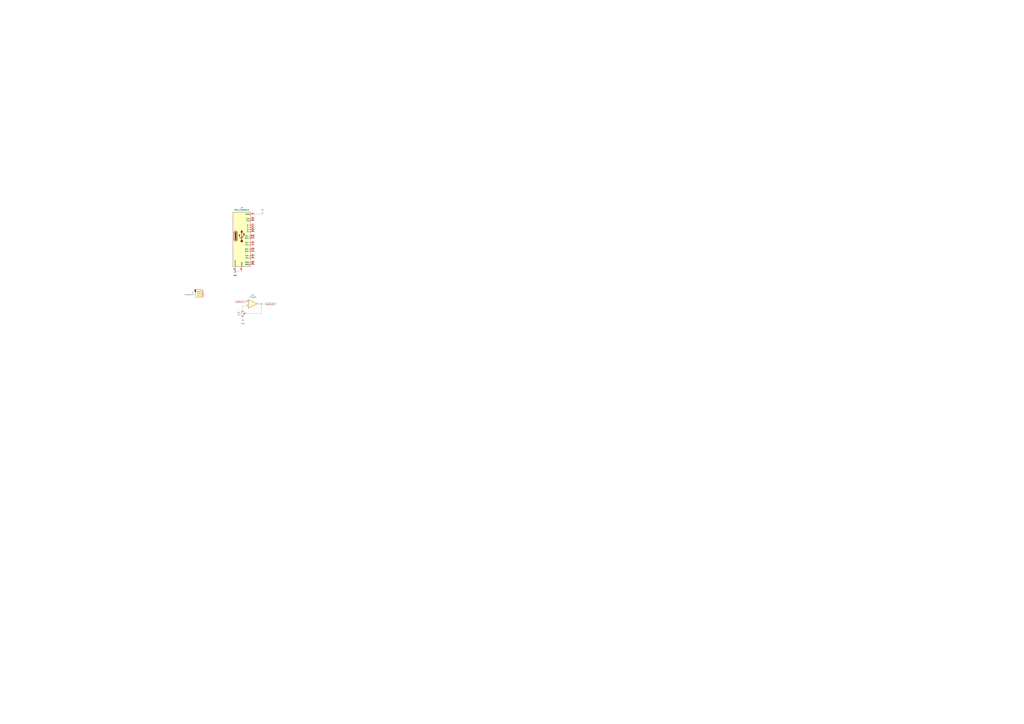
<source format=kicad_sch>
(kicad_sch (version 20211123) (generator eeschema)
  (paper "A0")
  (lib_symbols
    (symbol "Amplifier_Operational:LM358" (pin_names (offset 0.127))
      (property "Reference" "U" (at 0 5.08 0))
      (property "Value" "LM358" (at 0 -5.08 0))
      (symbol "LM358_1_1"
        (polyline (pts (xy -5.08 5.08) (xy 5.08 0) (xy -5.08 -5.08) (xy -5.08 5.08)) (stroke (width 0.254)) (fill (type background)))
        (pin output line (at 7.62 0 180) (length 2.54) (name "~") (number "1"))
        (pin input line (at -7.62 -2.54 0) (length 2.54) (name "-") (number "2"))
        (pin input line (at -7.62 2.54 0) (length 2.54) (name "+") (number "3"))
      )
      (symbol "LM358_2_1"
        (polyline (pts (xy -5.08 5.08) (xy 5.08 0) (xy -5.08 -5.08) (xy -5.08 5.08)) (stroke (width 0.254)) (fill (type background)))
        (pin input line (at -7.62 2.54 0) (length 2.54) (name "+") (number "5"))
        (pin input line (at -7.62 -2.54 0) (length 2.54) (name "-") (number "6"))
        (pin output line (at 7.62 0 180) (length 2.54) (name "~") (number "7"))
      )
      (symbol "LM358_3_1"
        (pin power_in line (at -2.54 -7.62 90) (length 3.81) (name "V-") (number "4"))
        (pin power_in line (at -2.54 7.62 270) (length 3.81) (name "V+") (number "8"))
      )
    )
    (symbol "Connector:AudioJack3"
      (property "Reference" "J" (at 0 8.89 0))
      (property "Value" "AudioJack3" (at 0 6.35 0))
      (symbol "AudioJack3_0_1"
        (rectangle (start -5.08 -5.08) (end -6.35 -2.54) (stroke (width 0.254)) (fill (type outline)))
        (polyline (pts (xy 0 -2.54) (xy 0.635 -3.175) (xy 1.27 -2.54) (xy 2.54 -2.54)) (stroke (width 0.254)))
        (polyline (pts (xy -1.905 -2.54) (xy -1.27 -3.175) (xy -0.635 -2.54) (xy -0.635 0) (xy 2.54 0)) (stroke (width 0.254)))
        (polyline (pts (xy 2.54 2.54) (xy -2.54 2.54) (xy -2.54 -2.54) (xy -3.175 -3.175) (xy -3.81 -2.54)) (stroke (width 0.254)))
        (rectangle (start 2.54 3.81) (end -5.08 -5.08) (stroke (width 0.254)) (fill (type background)))
      )
      (symbol "AudioJack3_1_1"
        (pin passive line (at 5.08 0 180) (length 2.54) (name "~") (number "R"))
        (pin passive line (at 5.08 2.54 180) (length 2.54) (name "~") (number "S"))
        (pin passive line (at 5.08 -2.54 180) (length 2.54) (name "~") (number "T"))
      )
    )
    (symbol "Connector:USB_C_Receptacle" (pin_names (offset 1.016))
      (property "Reference" "J" (at -10.16 29.21 0))
      (property "Value" "USB_C_Receptacle" (at 10.16 29.21 0))
      (symbol "USB_C_Receptacle_0_0"
        (rectangle (start -0.254 -35.56) (end 0.254 -34.544))
        (rectangle (start 10.16 -32.766) (end 9.144 -33.274))
        (rectangle (start 10.16 -30.226) (end 9.144 -30.734))
        (rectangle (start 10.16 -25.146) (end 9.144 -25.654))
        (rectangle (start 10.16 -22.606) (end 9.144 -23.114))
        (rectangle (start 10.16 -17.526) (end 9.144 -18.034))
        (rectangle (start 10.16 -14.986) (end 9.144 -15.494))
        (rectangle (start 10.16 -9.906) (end 9.144 -10.414))
        (rectangle (start 10.16 -7.366) (end 9.144 -7.874))
        (rectangle (start 10.16 -2.286) (end 9.144 -2.794))
        (rectangle (start 10.16 0.254) (end 9.144 -0.254))
        (rectangle (start 10.16 5.334) (end 9.144 4.826))
        (rectangle (start 10.16 7.874) (end 9.144 7.366))
        (rectangle (start 10.16 10.414) (end 9.144 9.906))
        (rectangle (start 10.16 12.954) (end 9.144 12.446))
        (rectangle (start 10.16 18.034) (end 9.144 17.526))
        (rectangle (start 10.16 20.574) (end 9.144 20.066))
        (rectangle (start 10.16 25.654) (end 9.144 25.146))
      )
      (symbol "USB_C_Receptacle_0_1"
        (rectangle (start -10.16 27.94) (end 10.16 -35.56) (stroke (width 0.254)) (fill (type background)))
        (arc (start -8.89 -3.81) (mid -6.985 -5.715) (end -5.08 -3.81) (stroke (width 0.508)))
        (arc (start -7.62 -3.81) (mid -6.985 -4.445) (end -6.35 -3.81) (stroke (width 0.254)))
        (arc (start -7.62 -3.81) (mid -6.985 -4.445) (end -6.35 -3.81) (stroke (width 0.254)) (fill (type outline)))
        (rectangle (start -7.62 -3.81) (end -6.35 3.81) (stroke (width 0.254)) (fill (type outline)))
        (arc (start -6.35 3.81) (mid -6.985 4.445) (end -7.62 3.81) (stroke (width 0.254)))
        (arc (start -6.35 3.81) (mid -6.985 4.445) (end -7.62 3.81) (stroke (width 0.254)) (fill (type outline)))
        (arc (start -5.08 3.81) (mid -6.985 5.715) (end -8.89 3.81) (stroke (width 0.508)))
        (polyline (pts (xy -8.89 -3.81) (xy -8.89 3.81)) (stroke (width 0.508)))
        (polyline (pts (xy -5.08 3.81) (xy -5.08 -3.81)) (stroke (width 0.508)))
      )
      (symbol "USB_C_Receptacle_1_1"
        (circle (center -2.54 1.143) (radius 0.635) (stroke (width 0.254)) (fill (type outline)))
        (circle (center 0 -5.842) (radius 1.27) (fill (type outline)))
        (polyline (pts (xy 0 -5.842) (xy 0 4.318)) (stroke (width 0.508)))
        (polyline (pts (xy 0 -3.302) (xy -2.54 -0.762) (xy -2.54 0.508)) (stroke (width 0.508)))
        (polyline (pts (xy 0 -2.032) (xy 2.54 0.508) (xy 2.54 1.778)) (stroke (width 0.508)))
        (polyline (pts (xy -1.27 4.318) (xy 0 6.858) (xy 1.27 4.318) (xy -1.27 4.318)) (stroke (width 0.254)) (fill (type outline)))
        (rectangle (start 1.905 1.778) (end 3.175 3.048) (stroke (width 0.254)) (fill (type outline)))
        (pin passive line (at 0 -40.64 90) (length 5.08) (name "GND") (number "A1"))
        (pin bidirectional line (at 15.24 -15.24 180) (length 5.08) (name "RX2-") (number "A10"))
        (pin bidirectional line (at 15.24 -17.78 180) (length 5.08) (name "RX2+") (number "A11"))
        (pin passive line (at 0 -40.64 90) (length 5.08) hide (name "GND") (number "A12"))
        (pin bidirectional line (at 15.24 -10.16 180) (length 5.08) (name "TX1+") (number "A2"))
        (pin bidirectional line (at 15.24 -7.62 180) (length 5.08) (name "TX1-") (number "A3"))
        (pin passive line (at 15.24 25.4 180) (length 5.08) (name "VBUS") (number "A4"))
        (pin bidirectional line (at 15.24 20.32 180) (length 5.08) (name "CC1") (number "A5"))
        (pin bidirectional line (at 15.24 7.62 180) (length 5.08) (name "D+") (number "A6"))
        (pin bidirectional line (at 15.24 12.7 180) (length 5.08) (name "D-") (number "A7"))
        (pin bidirectional line (at 15.24 -30.48 180) (length 5.08) (name "SBU1") (number "A8"))
        (pin passive line (at 15.24 25.4 180) (length 5.08) hide (name "VBUS") (number "A9"))
        (pin passive line (at 0 -40.64 90) (length 5.08) hide (name "GND") (number "B1"))
        (pin bidirectional line (at 15.24 0 180) (length 5.08) (name "RX1-") (number "B10"))
        (pin bidirectional line (at 15.24 -2.54 180) (length 5.08) (name "RX1+") (number "B11"))
        (pin passive line (at 0 -40.64 90) (length 5.08) hide (name "GND") (number "B12"))
        (pin bidirectional line (at 15.24 -25.4 180) (length 5.08) (name "TX2+") (number "B2"))
        (pin bidirectional line (at 15.24 -22.86 180) (length 5.08) (name "TX2-") (number "B3"))
        (pin passive line (at 15.24 25.4 180) (length 5.08) hide (name "VBUS") (number "B4"))
        (pin bidirectional line (at 15.24 17.78 180) (length 5.08) (name "CC2") (number "B5"))
        (pin bidirectional line (at 15.24 5.08 180) (length 5.08) (name "D+") (number "B6"))
        (pin bidirectional line (at 15.24 10.16 180) (length 5.08) (name "D-") (number "B7"))
        (pin bidirectional line (at 15.24 -33.02 180) (length 5.08) (name "SBU2") (number "B8"))
        (pin passive line (at 15.24 25.4 180) (length 5.08) hide (name "VBUS") (number "B9"))
        (pin passive line (at -7.62 -40.64 90) (length 5.08) (name "SHIELD") (number "S1"))
      )
    )
    (symbol "Device:R_Potentiometer" (pin_names (offset 1.016) hide)
      (property "Reference" "RV" (at -4.445 0 90))
      (property "Value" "R_Potentiometer" (at -2.54 0 90))
      (symbol "R_Potentiometer_0_1"
        (polyline (pts (xy 2.54 0) (xy 1.524 0)))
        (polyline (pts (xy 1.143 0) (xy 2.286 0.508) (xy 2.286 -0.508) (xy 1.143 0)) (fill (type outline)))
        (rectangle (start 1.016 2.54) (end -1.016 -2.54) (stroke (width 0.254)))
      )
      (symbol "R_Potentiometer_1_1"
        (pin passive line (at 0 3.81 270) (length 1.27) (name "1") (number "1"))
        (pin passive line (at 3.81 0 180) (length 1.27) (name "2") (number "2"))
        (pin passive line (at 0 -3.81 90) (length 1.27) (name "3") (number "3"))
      )
    )
    (symbol "power:+5V" (power) (pin_names (offset 0))
      (property "Value" "+5V" (at 0 3.556 0))
      (symbol "+5V_0_1"
        (polyline (pts (xy -0.762 1.27) (xy 0 2.54)))
        (polyline (pts (xy 0 0) (xy 0 2.54)))
        (polyline (pts (xy 0 2.54) (xy 0.762 1.27)))
      )
      (symbol "+5V_1_1"
        (pin power_in line (at 0 0 90) (length 0) hide (name "+5V") (number "1"))
      )
    )
    (symbol "power:GND" (power) (pin_names (offset 0))
      (property "Value" "GND" (at 0 -3.81 0))
      (symbol "GND_0_1"
        (polyline (pts (xy 0 0) (xy 0 -1.27) (xy 1.27 -1.27) (xy 0 -2.54) (xy -1.27 -1.27) (xy 0 -1.27)))
      )
      (symbol "GND_1_1"
        (pin power_in line (at 0 0 270) (length 0) hide (name "GND") (number "1"))
      )
    )
  )
  (junction (at 273.05 314.96))
  (junction (at 303.53 353.06))
  (wire (pts (xy 273.05 314.96) (xy 280.67 314.96)))
  (wire (pts (xy 281.94 355.6) (xy 285.75 355.6)))
  (wire (pts (xy 295.91 248.92) (xy 304.8 248.92)))
  (wire (pts (xy 281.94 368.3) (xy 281.94 370.84)))
  (wire (pts (xy 303.53 353.06) (xy 308.61 353.06)))
  (wire (pts (xy 300.99 353.06) (xy 303.53 353.06)))
  (wire (pts (xy 303.53 353.06) (xy 303.53 364.49)))
  (wire (pts (xy 281.94 360.68) (xy 281.94 355.6)))
  (wire (pts (xy 303.53 364.49) (xy 285.75 364.49)))
  (global_label "audio_lefT" (shape output) (at 308.61 353.06 0) (property "Intersheet References" "${INTERSHEET_REFS}" (effects hide)))
  (global_label "audio_in_L" (shape input) (at 285.75 350.52 180) (property "Intersheet References" "${INTERSHEET_REFS}" (effects hide)))
  (symbol (lib_id "power:+5V") (at 304.8 248.92 0) (unit 1)
    (property "Reference" "#PWR?" (effects hide))
    (property "Value" "+5V" (at 304.8 243.84 0))
  )
  (symbol (lib_id "Connector:USB_C_Receptacle") (at 280.67 274.32 0) (unit 1)
    (property "Reference" "J3" (at 280.67 241.3 0))
    (property "Value" "USB_C_Receptacle" (at 280.67 243.84 0))
    (property "Footprint" "audio_footprint:usb_footprint" (effects hide))
    (property "Datasheet" "https://www.usb.org/sites/default/files/documents/usb_type-c.zip" (effects hide))
  )
  (symbol (lib_id "Device:R_Potentiometer") (at 281.94 364.49 0) (unit 1)
    (property "Reference" "RV7" (at 279.4 363.2199 0) (effects (justify right)))
    (property "Value" "2k2" (at 279.4 365.7599 0) (effects (justify right)))
    (property "Footprint" "Potentiometer_THT:Potentiometer_Runtron_RM-065_Vertical" (effects hide))
  )
  (symbol (lib_id "power:GND") (at 281.94 370.84 0) (unit 1)
    (property "Reference" "#PWR0113" (effects hide))
    (property "Value" "GND" (at 281.94 375.92 0))
  )
  (symbol (lib_id "Amplifier_Operational:LM358") (at 293.37 353.06 0) (unit 1)
    (property "Reference" "U5" (at 293.37 342.9 0))
    (property "Value" "LF353DR" (at 293.37 345.44 0))
    (property "Footprint" "Package_SO:SOP-8_3.9x4.9mm_P1.27mm" (effects hide))
    (property "Datasheet" "http://www.ti.com/lit/ds/symlink/lm2904-n.pdf" (effects hide))
  )
  (symbol (lib_id "power:GND") (at 273.05 314.96 0) (unit 1)
    (property "Reference" "#PWR?" (effects hide))
    (property "Value" "GND" (at 273.05 320.04 0))
  )
  (symbol (lib_id "Connector:AudioJack3") (at 232.41 341.63 0) (mirror x) (unit 1)
    (property "Reference" "J2" (at 224.79 339.7249 0) (effects (justify right)))
    (property "Value" "AudioJack3" (at 224.79 342.2649 0) (effects (justify right)))
    (property "Footprint" "audio_footprint:audio_jack" (effects hide))
  )
)
</source>
